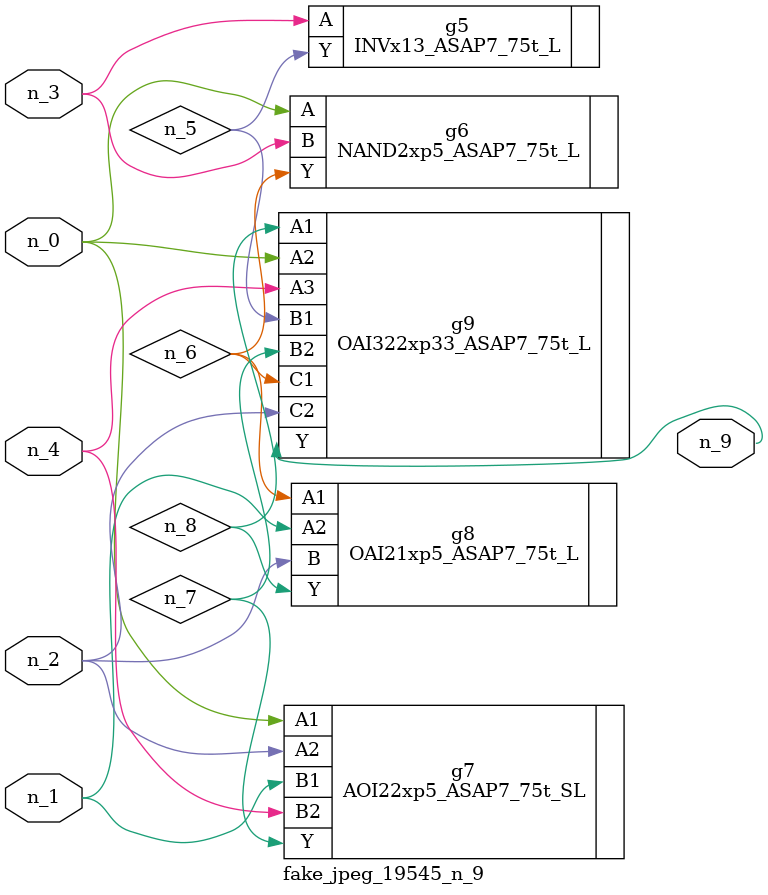
<source format=v>
module fake_jpeg_19545_n_9 (n_3, n_2, n_1, n_0, n_4, n_9);

input n_3;
input n_2;
input n_1;
input n_0;
input n_4;

output n_9;

wire n_8;
wire n_6;
wire n_5;
wire n_7;

INVx13_ASAP7_75t_L g5 ( 
.A(n_3),
.Y(n_5)
);

NAND2xp5_ASAP7_75t_L g6 ( 
.A(n_0),
.B(n_3),
.Y(n_6)
);

AOI22xp5_ASAP7_75t_SL g7 ( 
.A1(n_0),
.A2(n_2),
.B1(n_1),
.B2(n_4),
.Y(n_7)
);

OAI21xp5_ASAP7_75t_L g8 ( 
.A1(n_6),
.A2(n_1),
.B(n_2),
.Y(n_8)
);

OAI322xp33_ASAP7_75t_L g9 ( 
.A1(n_8),
.A2(n_0),
.A3(n_4),
.B1(n_5),
.B2(n_7),
.C1(n_6),
.C2(n_2),
.Y(n_9)
);


endmodule
</source>
